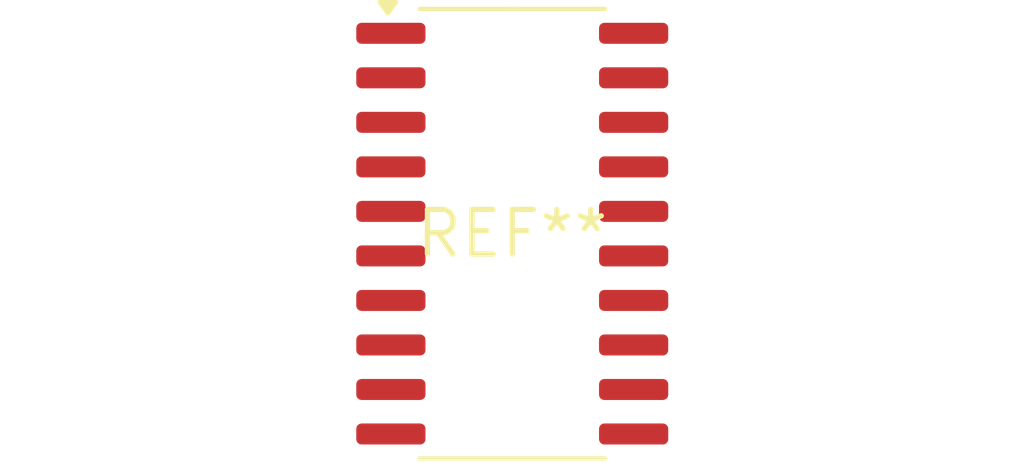
<source format=kicad_pcb>
(kicad_pcb (version 20240108) (generator pcbnew)
  (layers (0 "F.Cu" signal) (31 "B.Cu" signal) (34 "B.Paste" user) (35 "F.Paste" user) (36 "B.SilkS" user "B.Silkscreen") (37 "F.SilkS" user "F.Silkscreen") (38 "B.Mask" user) (39 "F.Mask" user) (44 "Edge.Cuts" user))
  (net 0 "")
  (footprint "SO-20_5.3x12.6mm_P1.27mm" (layer "F.Cu") (at 0 0)
    (property "Reference" "REF**")
    (property "Value" "SO-20_5.3x12.6mm_P1.27mm")
    (fp_line (start 0 -6.41) (end -2.65 -6.41) (layer "F.SilkS") (stroke (width 0.12)))
    (fp_line (start 0 -6.41) (end 2.65 -6.41) (layer "F.SilkS") (stroke (width 0.12)))
    (fp_line (start 0 6.41) (end -2.65 6.41) (layer "F.SilkS") (stroke (width 0.12)))
    (fp_line (start 0 6.41) (end 2.65 6.41) (layer "F.SilkS") (stroke (width 0.12)))
    (fp_poly (pts (xy -3.55 -6.275) (xy -3.79 -6.605) (xy -3.31 -6.605) (xy -3.55 -6.275)) (layer "F.SilkS") (stroke (width 0.12)) (fill solid))
    (pad "1" smd roundrect (at -3.4625 -5.715) (size 1.975 0.6) (layers "F.Cu" "F.Paste" "F.Mask"))
    (pad "2" smd roundrect (at -3.4625 -4.445) (size 1.975 0.6) (layers "F.Cu" "F.Paste" "F.Mask"))
    (pad "3" smd roundrect (at -3.4625 -3.175) (size 1.975 0.6) (layers "F.Cu" "F.Paste" "F.Mask"))
    (pad "4" smd roundrect (at -3.4625 -1.905) (size 1.975 0.6) (layers "F.Cu" "F.Paste" "F.Mask"))
    (pad "5" smd roundrect (at -3.4625 -0.635) (size 1.975 0.6) (layers "F.Cu" "F.Paste" "F.Mask"))
    (pad "6" smd roundrect (at -3.4625 0.635) (size 1.975 0.6) (layers "F.Cu" "F.Paste" "F.Mask"))
    (pad "7" smd roundrect (at -3.4625 1.905) (size 1.975 0.6) (layers "F.Cu" "F.Paste" "F.Mask"))
    (pad "8" smd roundrect (at -3.4625 3.175) (size 1.975 0.6) (layers "F.Cu" "F.Paste" "F.Mask"))
    (pad "9" smd roundrect (at -3.4625 4.445) (size 1.975 0.6) (layers "F.Cu" "F.Paste" "F.Mask"))
    (pad "10" smd roundrect (at -3.4625 5.715) (size 1.975 0.6) (layers "F.Cu" "F.Paste" "F.Mask"))
    (pad "11" smd roundrect (at 3.4625 5.715) (size 1.975 0.6) (layers "F.Cu" "F.Paste" "F.Mask"))
    (pad "12" smd roundrect (at 3.4625 4.445) (size 1.975 0.6) (layers "F.Cu" "F.Paste" "F.Mask"))
    (pad "13" smd roundrect (at 3.4625 3.175) (size 1.975 0.6) (layers "F.Cu" "F.Paste" "F.Mask"))
    (pad "14" smd roundrect (at 3.4625 1.905) (size 1.975 0.6) (layers "F.Cu" "F.Paste" "F.Mask"))
    (pad "15" smd roundrect (at 3.4625 0.635) (size 1.975 0.6) (layers "F.Cu" "F.Paste" "F.Mask"))
    (pad "16" smd roundrect (at 3.4625 -0.635) (size 1.975 0.6) (layers "F.Cu" "F.Paste" "F.Mask"))
    (pad "17" smd roundrect (at 3.4625 -1.905) (size 1.975 0.6) (layers "F.Cu" "F.Paste" "F.Mask"))
    (pad "18" smd roundrect (at 3.4625 -3.175) (size 1.975 0.6) (layers "F.Cu" "F.Paste" "F.Mask"))
    (pad "19" smd roundrect (at 3.4625 -4.445) (size 1.975 0.6) (layers "F.Cu" "F.Paste" "F.Mask"))
    (pad "20" smd roundrect (at 3.4625 -5.715) (size 1.975 0.6) (layers "F.Cu" "F.Paste" "F.Mask"))
  )
)
</source>
